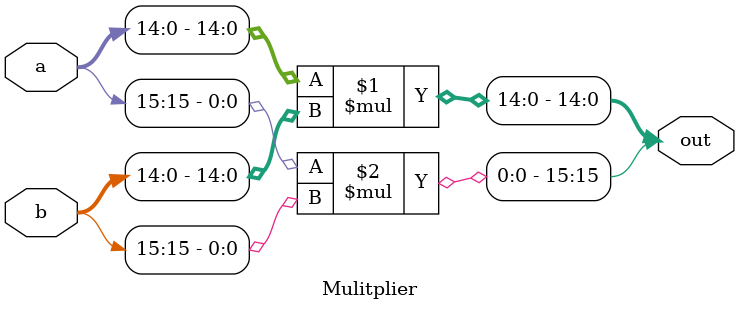
<source format=v>
`timescale 1ns/1ns

module Mulitplier( a, b, out);

    parameter size = 16;
    input [size-1:0] a, b;
    output [size-1:0] out;

    assign out = { a[size-1]* b[size-1], a[size-2:0] * b[size-2:0]};


endmodule
</source>
